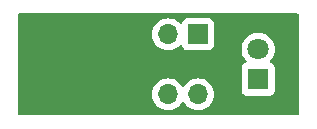
<source format=gbl>
G04 #@! TF.GenerationSoftware,KiCad,Pcbnew,7.0.6*
G04 #@! TF.CreationDate,2024-05-07T01:09:31+03:00*
G04 #@! TF.ProjectId,board-photodiode,626f6172-642d-4706-986f-746f64696f64,rev?*
G04 #@! TF.SameCoordinates,Original*
G04 #@! TF.FileFunction,Copper,L2,Bot*
G04 #@! TF.FilePolarity,Positive*
%FSLAX46Y46*%
G04 Gerber Fmt 4.6, Leading zero omitted, Abs format (unit mm)*
G04 Created by KiCad (PCBNEW 7.0.6) date 2024-05-07 01:09:31*
%MOMM*%
%LPD*%
G01*
G04 APERTURE LIST*
G04 #@! TA.AperFunction,ComponentPad*
%ADD10R,1.700000X1.700000*%
G04 #@! TD*
G04 #@! TA.AperFunction,ComponentPad*
%ADD11O,1.700000X1.700000*%
G04 #@! TD*
G04 #@! TA.AperFunction,ComponentPad*
%ADD12R,1.800000X1.800000*%
G04 #@! TD*
G04 #@! TA.AperFunction,ComponentPad*
%ADD13C,1.800000*%
G04 #@! TD*
G04 APERTURE END LIST*
D10*
X142494000Y-78740000D03*
D11*
X139954000Y-78740000D03*
X142494000Y-81280000D03*
X139954000Y-81280000D03*
X142494000Y-83820000D03*
X139954000Y-83820000D03*
D12*
X147574000Y-82550000D03*
D13*
X147574000Y-80010000D03*
G04 #@! TA.AperFunction,Conductor*
G36*
X150945539Y-76982185D02*
G01*
X150991294Y-77034989D01*
X151002500Y-77086500D01*
X151002500Y-85473500D01*
X150982815Y-85540539D01*
X150930011Y-85586294D01*
X150878500Y-85597500D01*
X127378500Y-85597500D01*
X127311461Y-85577815D01*
X127265706Y-85525011D01*
X127254500Y-85473500D01*
X127254500Y-83820000D01*
X138598341Y-83820000D01*
X138618936Y-84055403D01*
X138618938Y-84055413D01*
X138680094Y-84283655D01*
X138680096Y-84283659D01*
X138680097Y-84283663D01*
X138684000Y-84292032D01*
X138779965Y-84497830D01*
X138779967Y-84497834D01*
X138888281Y-84652521D01*
X138915505Y-84691401D01*
X139082599Y-84858495D01*
X139179384Y-84926264D01*
X139276165Y-84994032D01*
X139276167Y-84994033D01*
X139276170Y-84994035D01*
X139490337Y-85093903D01*
X139718592Y-85155063D01*
X139906918Y-85171539D01*
X139953999Y-85175659D01*
X139954000Y-85175659D01*
X139954001Y-85175659D01*
X139993234Y-85172226D01*
X140189408Y-85155063D01*
X140417663Y-85093903D01*
X140631830Y-84994035D01*
X140825401Y-84858495D01*
X140992495Y-84691401D01*
X141122424Y-84505842D01*
X141177002Y-84462217D01*
X141246500Y-84455023D01*
X141308855Y-84486546D01*
X141325575Y-84505842D01*
X141455500Y-84691395D01*
X141455505Y-84691401D01*
X141622599Y-84858495D01*
X141719384Y-84926264D01*
X141816165Y-84994032D01*
X141816167Y-84994033D01*
X141816170Y-84994035D01*
X142030337Y-85093903D01*
X142258592Y-85155063D01*
X142446918Y-85171539D01*
X142493999Y-85175659D01*
X142494000Y-85175659D01*
X142494001Y-85175659D01*
X142533234Y-85172226D01*
X142729408Y-85155063D01*
X142957663Y-85093903D01*
X143171830Y-84994035D01*
X143365401Y-84858495D01*
X143532495Y-84691401D01*
X143668035Y-84497830D01*
X143767903Y-84283663D01*
X143829063Y-84055408D01*
X143849659Y-83820000D01*
X143848569Y-83807547D01*
X143845539Y-83772918D01*
X143829063Y-83584592D01*
X143767903Y-83356337D01*
X143668035Y-83142171D01*
X143662425Y-83134158D01*
X143532494Y-82948597D01*
X143365402Y-82781506D01*
X143365395Y-82781501D01*
X143171834Y-82645967D01*
X143171830Y-82645965D01*
X143171828Y-82645964D01*
X142957663Y-82546097D01*
X142957659Y-82546096D01*
X142957655Y-82546094D01*
X142729413Y-82484938D01*
X142729403Y-82484936D01*
X142494001Y-82464341D01*
X142493999Y-82464341D01*
X142258596Y-82484936D01*
X142258586Y-82484938D01*
X142030344Y-82546094D01*
X142030335Y-82546098D01*
X141816171Y-82645964D01*
X141816169Y-82645965D01*
X141622597Y-82781505D01*
X141455505Y-82948597D01*
X141325575Y-83134158D01*
X141270998Y-83177783D01*
X141201500Y-83184977D01*
X141139145Y-83153454D01*
X141122425Y-83134158D01*
X140992494Y-82948597D01*
X140825402Y-82781506D01*
X140825395Y-82781501D01*
X140631834Y-82645967D01*
X140631830Y-82645965D01*
X140631828Y-82645964D01*
X140417663Y-82546097D01*
X140417659Y-82546096D01*
X140417655Y-82546094D01*
X140189413Y-82484938D01*
X140189403Y-82484936D01*
X139954001Y-82464341D01*
X139953999Y-82464341D01*
X139718596Y-82484936D01*
X139718586Y-82484938D01*
X139490344Y-82546094D01*
X139490335Y-82546098D01*
X139276171Y-82645964D01*
X139276169Y-82645965D01*
X139082597Y-82781505D01*
X138915505Y-82948597D01*
X138779965Y-83142169D01*
X138779964Y-83142171D01*
X138680098Y-83356335D01*
X138680094Y-83356344D01*
X138618938Y-83584586D01*
X138618936Y-83584596D01*
X138598341Y-83819999D01*
X138598341Y-83820000D01*
X127254500Y-83820000D01*
X127254500Y-78740000D01*
X138598341Y-78740000D01*
X138618936Y-78975403D01*
X138618938Y-78975413D01*
X138680094Y-79203655D01*
X138680096Y-79203659D01*
X138680097Y-79203663D01*
X138744209Y-79341151D01*
X138779965Y-79417830D01*
X138779967Y-79417834D01*
X138875102Y-79553700D01*
X138915505Y-79611401D01*
X139082599Y-79778495D01*
X139179384Y-79846264D01*
X139276165Y-79914032D01*
X139276167Y-79914033D01*
X139276170Y-79914035D01*
X139490337Y-80013903D01*
X139718592Y-80075063D01*
X139895034Y-80090500D01*
X139953999Y-80095659D01*
X139954000Y-80095659D01*
X139954001Y-80095659D01*
X140012966Y-80090500D01*
X140189408Y-80075063D01*
X140417663Y-80013903D01*
X140631830Y-79914035D01*
X140825401Y-79778495D01*
X140947329Y-79656566D01*
X141008648Y-79623084D01*
X141078340Y-79628068D01*
X141134274Y-79669939D01*
X141151189Y-79700917D01*
X141200202Y-79832328D01*
X141200206Y-79832335D01*
X141286452Y-79947544D01*
X141286455Y-79947547D01*
X141401664Y-80033793D01*
X141401671Y-80033797D01*
X141536517Y-80084091D01*
X141536516Y-80084091D01*
X141543444Y-80084835D01*
X141596127Y-80090500D01*
X143391872Y-80090499D01*
X143451483Y-80084091D01*
X143586331Y-80033796D01*
X143618110Y-80010006D01*
X146168700Y-80010006D01*
X146187864Y-80241297D01*
X146187866Y-80241308D01*
X146244842Y-80466300D01*
X146338075Y-80678848D01*
X146465016Y-80873147D01*
X146465019Y-80873151D01*
X146465021Y-80873153D01*
X146559803Y-80976114D01*
X146590724Y-81038767D01*
X146582864Y-81108193D01*
X146538716Y-81162348D01*
X146511906Y-81176277D01*
X146431669Y-81206203D01*
X146431664Y-81206206D01*
X146316455Y-81292452D01*
X146316452Y-81292455D01*
X146230206Y-81407664D01*
X146230202Y-81407671D01*
X146179908Y-81542517D01*
X146173501Y-81602116D01*
X146173501Y-81602123D01*
X146173500Y-81602135D01*
X146173500Y-83497870D01*
X146173501Y-83497876D01*
X146179908Y-83557483D01*
X146230202Y-83692328D01*
X146230206Y-83692335D01*
X146316452Y-83807544D01*
X146316455Y-83807547D01*
X146431664Y-83893793D01*
X146431671Y-83893797D01*
X146566517Y-83944091D01*
X146566516Y-83944091D01*
X146573444Y-83944835D01*
X146626127Y-83950500D01*
X148521872Y-83950499D01*
X148581483Y-83944091D01*
X148716331Y-83893796D01*
X148831546Y-83807546D01*
X148917796Y-83692331D01*
X148968091Y-83557483D01*
X148974500Y-83497873D01*
X148974499Y-81602128D01*
X148968091Y-81542517D01*
X148917796Y-81407669D01*
X148917795Y-81407668D01*
X148917793Y-81407664D01*
X148831547Y-81292455D01*
X148831544Y-81292452D01*
X148716335Y-81206206D01*
X148716328Y-81206202D01*
X148636094Y-81176277D01*
X148580160Y-81134406D01*
X148555743Y-81068941D01*
X148570595Y-81000668D01*
X148588190Y-80976121D01*
X148682979Y-80873153D01*
X148809924Y-80678849D01*
X148903157Y-80466300D01*
X148960134Y-80241305D01*
X148960135Y-80241297D01*
X148979300Y-80010006D01*
X148979300Y-80009993D01*
X148960135Y-79778702D01*
X148960133Y-79778691D01*
X148903157Y-79553699D01*
X148809924Y-79341151D01*
X148682983Y-79146852D01*
X148682980Y-79146849D01*
X148682979Y-79146847D01*
X148525784Y-78976087D01*
X148525779Y-78976083D01*
X148525777Y-78976081D01*
X148342634Y-78833535D01*
X148342628Y-78833531D01*
X148138504Y-78723064D01*
X148138495Y-78723061D01*
X147918984Y-78647702D01*
X147747281Y-78619050D01*
X147690049Y-78609500D01*
X147457951Y-78609500D01*
X147412164Y-78617140D01*
X147229015Y-78647702D01*
X147009504Y-78723061D01*
X147009495Y-78723064D01*
X146805371Y-78833531D01*
X146805365Y-78833535D01*
X146622222Y-78976081D01*
X146622219Y-78976084D01*
X146465016Y-79146852D01*
X146338075Y-79341151D01*
X146244842Y-79553699D01*
X146187866Y-79778691D01*
X146187864Y-79778702D01*
X146168700Y-80009993D01*
X146168700Y-80010006D01*
X143618110Y-80010006D01*
X143701546Y-79947546D01*
X143787796Y-79832331D01*
X143838091Y-79697483D01*
X143844500Y-79637873D01*
X143844499Y-77842128D01*
X143838091Y-77782517D01*
X143836810Y-77779083D01*
X143787797Y-77647671D01*
X143787793Y-77647664D01*
X143701547Y-77532455D01*
X143701544Y-77532452D01*
X143586335Y-77446206D01*
X143586328Y-77446202D01*
X143451482Y-77395908D01*
X143451483Y-77395908D01*
X143391883Y-77389501D01*
X143391881Y-77389500D01*
X143391873Y-77389500D01*
X143391864Y-77389500D01*
X141596129Y-77389500D01*
X141596123Y-77389501D01*
X141536516Y-77395908D01*
X141401671Y-77446202D01*
X141401664Y-77446206D01*
X141286455Y-77532452D01*
X141286452Y-77532455D01*
X141200206Y-77647664D01*
X141200203Y-77647669D01*
X141151189Y-77779083D01*
X141109317Y-77835016D01*
X141043853Y-77859433D01*
X140975580Y-77844581D01*
X140947326Y-77823430D01*
X140825402Y-77701506D01*
X140825395Y-77701501D01*
X140631834Y-77565967D01*
X140631830Y-77565965D01*
X140631829Y-77565964D01*
X140417663Y-77466097D01*
X140417659Y-77466096D01*
X140417655Y-77466094D01*
X140189413Y-77404938D01*
X140189403Y-77404936D01*
X139954001Y-77384341D01*
X139953999Y-77384341D01*
X139718596Y-77404936D01*
X139718586Y-77404938D01*
X139490344Y-77466094D01*
X139490335Y-77466098D01*
X139276171Y-77565964D01*
X139276169Y-77565965D01*
X139082597Y-77701505D01*
X138915505Y-77868597D01*
X138779965Y-78062169D01*
X138779964Y-78062171D01*
X138680098Y-78276335D01*
X138680094Y-78276344D01*
X138618938Y-78504586D01*
X138618936Y-78504596D01*
X138598341Y-78739999D01*
X138598341Y-78740000D01*
X127254500Y-78740000D01*
X127254500Y-77086500D01*
X127274185Y-77019461D01*
X127326989Y-76973706D01*
X127378500Y-76962500D01*
X150878500Y-76962500D01*
X150945539Y-76982185D01*
G37*
G04 #@! TD.AperFunction*
M02*

</source>
